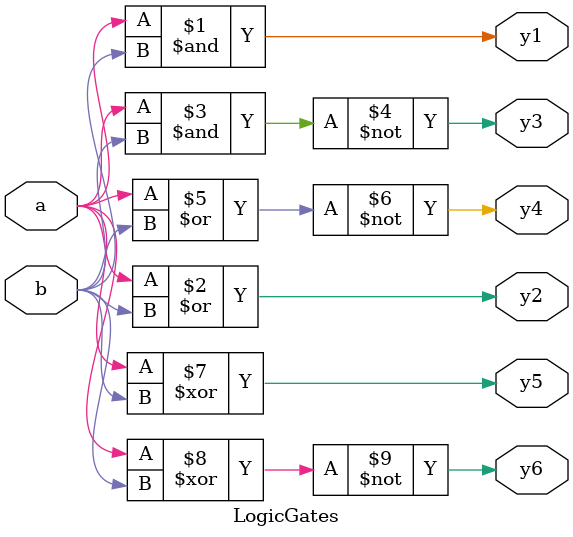
<source format=v>
`timescale 1ns / 1ps
module LogicGates(
    input a,
    input b,
    output y1,y2,y3,y4,y5,y6
    );
    and g1(y1,a,b);
    or g2(y2,a,b);
    nand g3(y3,a,b);
    nor g4(y4,a,b);
    xor g5(y5,a,b);
    xnor g6(y6,a,b);
endmodule

</source>
